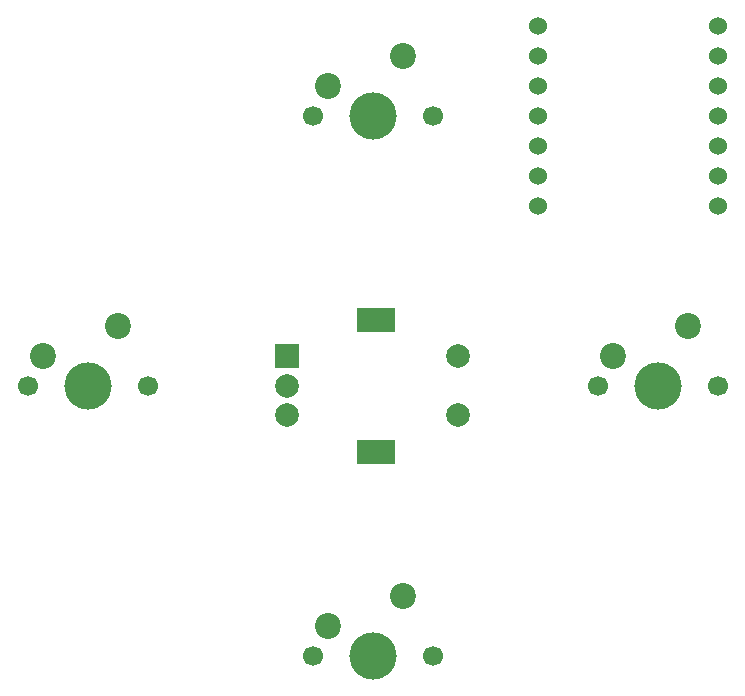
<source format=gbr>
%TF.GenerationSoftware,KiCad,Pcbnew,9.0.5*%
%TF.CreationDate,2025-11-19T17:56:50+08:00*%
%TF.ProjectId,Hackpad Project,4861636b-7061-4642-9050-726f6a656374,rev?*%
%TF.SameCoordinates,Original*%
%TF.FileFunction,Soldermask,Bot*%
%TF.FilePolarity,Negative*%
%FSLAX46Y46*%
G04 Gerber Fmt 4.6, Leading zero omitted, Abs format (unit mm)*
G04 Created by KiCad (PCBNEW 9.0.5) date 2025-11-19 17:56:50*
%MOMM*%
%LPD*%
G01*
G04 APERTURE LIST*
%ADD10C,1.524000*%
%ADD11C,1.700000*%
%ADD12C,4.000000*%
%ADD13C,2.200000*%
%ADD14R,2.000000X2.000000*%
%ADD15C,2.000000*%
%ADD16R,3.200000X2.000000*%
G04 APERTURE END LIST*
D10*
%TO.C,U1*%
X123190000Y-54610000D03*
X123190000Y-57150000D03*
X123190000Y-59690000D03*
X123190000Y-62230000D03*
X123190000Y-64770000D03*
X123190000Y-67310000D03*
X123190000Y-69850000D03*
X138430000Y-69850000D03*
X138430000Y-67310000D03*
X138430000Y-64770000D03*
X138430000Y-62230000D03*
X138430000Y-59690000D03*
X138430000Y-57150000D03*
X138430000Y-54610000D03*
%TD*%
D11*
%TO.C,SW2*%
X128270000Y-85090000D03*
D12*
X133350000Y-85090000D03*
D11*
X138430000Y-85090000D03*
D13*
X135890000Y-80010000D03*
X129540000Y-82550000D03*
%TD*%
D14*
%TO.C,SW5*%
X101970000Y-82590000D03*
D15*
X101970000Y-87590000D03*
X101970000Y-85090000D03*
D16*
X109470000Y-79490000D03*
X109470000Y-90690000D03*
D15*
X116470000Y-87590000D03*
X116470000Y-82590000D03*
%TD*%
D11*
%TO.C,SW4*%
X80010000Y-85090000D03*
D12*
X85090000Y-85090000D03*
D11*
X90170000Y-85090000D03*
D13*
X87630000Y-80010000D03*
X81280000Y-82550000D03*
%TD*%
D11*
%TO.C,SW1*%
X104140000Y-62230000D03*
D12*
X109220000Y-62230000D03*
D11*
X114300000Y-62230000D03*
D13*
X111760000Y-57150000D03*
X105410000Y-59690000D03*
%TD*%
D11*
%TO.C,SW3*%
X104140000Y-107950000D03*
D12*
X109220000Y-107950000D03*
D11*
X114300000Y-107950000D03*
D13*
X111760000Y-102870000D03*
X105410000Y-105410000D03*
%TD*%
M02*

</source>
